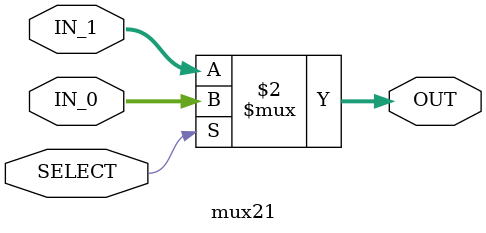
<source format=v>
module mux21(
				IN_0,
				IN_1,
				
				OUT,
				
				SELECT
		
				);
				
parameter size = 8;

input [size - 1 : 0] IN_0;	
input [size - 1 : 0] IN_1;	
input SELECT;
				
output [size - 1 : 0] OUT;

assign OUT = (SELECT == 1) ? IN_0 : IN_1;
				
endmodule
</source>
